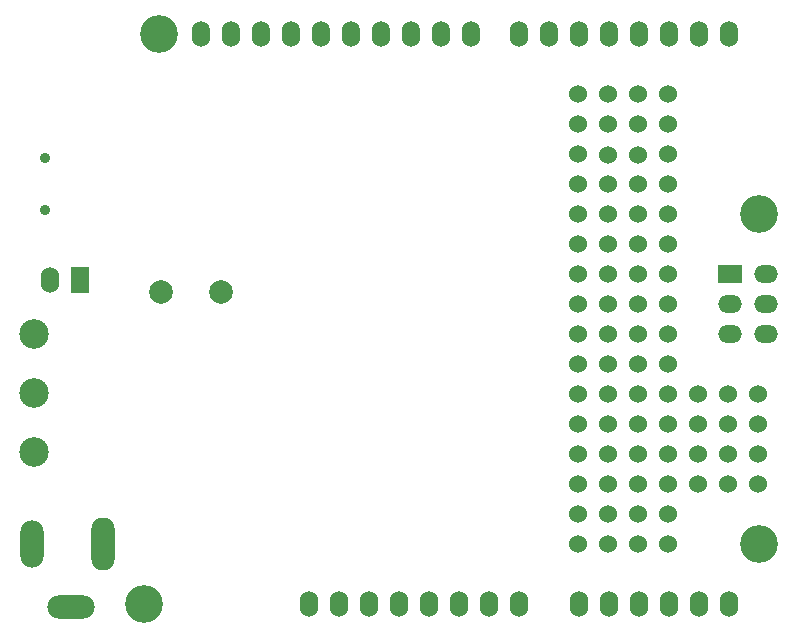
<source format=gbr>
G04 #@! TF.FileFunction,Soldermask,Bot*
%FSLAX46Y46*%
G04 Gerber Fmt 4.6, Leading zero omitted, Abs format (unit mm)*
G04 Created by KiCad (PCBNEW (2015-02-03 BZR 5404)-product) date 01/09/2015 18:35:12*
%MOMM*%
G01*
G04 APERTURE LIST*
%ADD10C,0.254000*%
%ADD11O,1.524000X2.199640*%
%ADD12C,3.197860*%
%ADD13O,1.524000X2.197100*%
%ADD14O,4.000500X1.998980*%
%ADD15O,1.998980X4.000500*%
%ADD16O,1.998980X4.500880*%
%ADD17R,1.998980X1.524000*%
%ADD18O,1.998980X1.524000*%
%ADD19C,1.998980*%
%ADD20C,2.500000*%
%ADD21C,1.524000*%
%ADD22C,0.899160*%
%ADD23R,1.524000X2.199640*%
G04 APERTURE END LIST*
D10*
D11*
X143421100Y-129133600D03*
X145961100Y-129133600D03*
X148501100Y-129133600D03*
X151041100Y-129133600D03*
X153581100Y-129133600D03*
X156121100Y-129133600D03*
X158661100Y-129133600D03*
X161201100Y-129133600D03*
X166281100Y-129133600D03*
X168821100Y-129133600D03*
X171361100Y-129133600D03*
X173901100Y-129133600D03*
X176441100Y-129133600D03*
X178981100Y-129133600D03*
D12*
X129451100Y-129133600D03*
X181521100Y-124053600D03*
D13*
X178981100Y-80873600D03*
X176441100Y-80873600D03*
X173901100Y-80873600D03*
X171361100Y-80873600D03*
X168821100Y-80873600D03*
X166281100Y-80873600D03*
X163741100Y-80873600D03*
X161201100Y-80873600D03*
X157137100Y-80873600D03*
X154597100Y-80873600D03*
X152057100Y-80873600D03*
X149517100Y-80873600D03*
X146977100Y-80873600D03*
X144437100Y-80873600D03*
X141897100Y-80873600D03*
X139359640Y-80873600D03*
D12*
X130721100Y-80873600D03*
D13*
X136817100Y-80873600D03*
X134277100Y-80873600D03*
D12*
X181521100Y-96113600D03*
D14*
X123261120Y-129379980D03*
D15*
X120009920Y-124079000D03*
D16*
X126011940Y-124079000D03*
D17*
X179075080Y-101219000D03*
D18*
X182112920Y-101219000D03*
X179075080Y-103759000D03*
X182112920Y-103759000D03*
X179075080Y-106299000D03*
X182112920Y-106299000D03*
D19*
X130937000Y-102743000D03*
X136017000Y-102743000D03*
D20*
X120142000Y-116252000D03*
X120142000Y-106252000D03*
X120142000Y-111252000D03*
D21*
X166243000Y-118999000D03*
X166243000Y-121539000D03*
X168783000Y-121539000D03*
X166243000Y-124079000D03*
X168783000Y-124079000D03*
X171323000Y-121539000D03*
X173863000Y-121539000D03*
X171323000Y-124079000D03*
X173863000Y-124079000D03*
X166243000Y-85979000D03*
X168783000Y-85979000D03*
X166243000Y-88519000D03*
X168783000Y-88519000D03*
X166243000Y-91059000D03*
X168783000Y-91122500D03*
X166243000Y-93599000D03*
X168783000Y-93599000D03*
X171323000Y-85979000D03*
X173863000Y-85979000D03*
X171323000Y-88519000D03*
X173863000Y-88519000D03*
X171323000Y-91122500D03*
X173863000Y-91059000D03*
X171323000Y-93599000D03*
X173863000Y-93599000D03*
X176403000Y-111379000D03*
X176403000Y-113919000D03*
X176403000Y-116459000D03*
X176403000Y-118999000D03*
X178943000Y-111379000D03*
X181483000Y-111379000D03*
X178943000Y-113919000D03*
X181483000Y-113919000D03*
X178943000Y-116459000D03*
X181483000Y-116459000D03*
X178943000Y-118999000D03*
X181483000Y-118999000D03*
X173863000Y-118999000D03*
X171323000Y-118999000D03*
X173863000Y-116459000D03*
X171323000Y-116459000D03*
X173863000Y-113919000D03*
X171323000Y-113919000D03*
X173863000Y-111379000D03*
X171323000Y-111379000D03*
X173863000Y-108839000D03*
X171323000Y-108839000D03*
X173863000Y-106299000D03*
X171323000Y-106299000D03*
X173863000Y-103759000D03*
X171323000Y-103759000D03*
X173863000Y-101219000D03*
X171323000Y-101219000D03*
X173863000Y-98679000D03*
X171323000Y-98679000D03*
X173863000Y-96139000D03*
X171323000Y-96139000D03*
X168783000Y-118999000D03*
X168783000Y-116459000D03*
X166243000Y-116459000D03*
X168783000Y-113919000D03*
X166243000Y-113919000D03*
X168783000Y-111379000D03*
X166243000Y-111379000D03*
X168783000Y-108839000D03*
X166243000Y-108839000D03*
X168783000Y-106299000D03*
X166243000Y-106299000D03*
X168783000Y-103759000D03*
X166243000Y-103759000D03*
X168783000Y-101219000D03*
X166243000Y-101219000D03*
X168783000Y-98679000D03*
X166243000Y-98679000D03*
X168783000Y-96139000D03*
X166243000Y-96139000D03*
D22*
X121132600Y-91401900D03*
X121132600Y-95798640D03*
D23*
X124079000Y-101727000D03*
D11*
X121539000Y-101727000D03*
M02*

</source>
